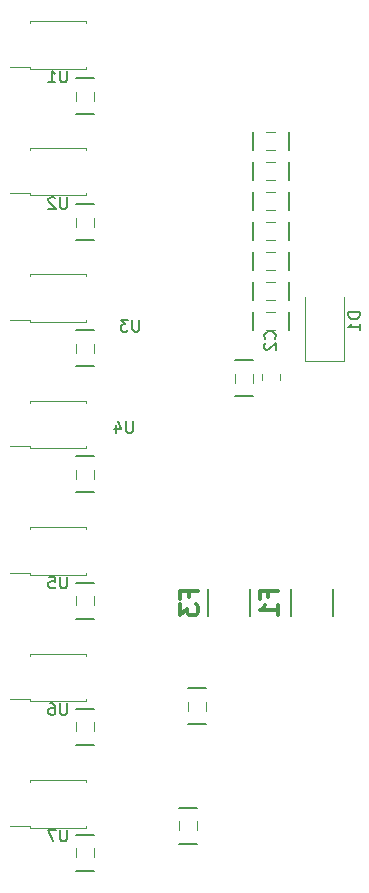
<source format=gbr>
%TF.GenerationSoftware,KiCad,Pcbnew,6.0.11+dfsg-1~bpo11+1*%
%TF.CreationDate,2023-05-28T01:25:56+00:00*%
%TF.ProjectId,ISO11446PWR01,49534f31-3134-4343-9650-575230312e6b,rev?*%
%TF.SameCoordinates,Original*%
%TF.FileFunction,Legend,Bot*%
%TF.FilePolarity,Positive*%
%FSLAX46Y46*%
G04 Gerber Fmt 4.6, Leading zero omitted, Abs format (unit mm)*
G04 Created by KiCad (PCBNEW 6.0.11+dfsg-1~bpo11+1) date 2023-05-28 01:25:56*
%MOMM*%
%LPD*%
G01*
G04 APERTURE LIST*
%ADD10C,0.150000*%
%ADD11C,0.304800*%
%ADD12C,0.120000*%
G04 APERTURE END LIST*
D10*
%TO.C,U2*%
X50291904Y79339287D02*
X50291904Y78529763D01*
X50244285Y78434525D01*
X50196666Y78386906D01*
X50101428Y78339287D01*
X49910952Y78339287D01*
X49815714Y78386906D01*
X49768095Y78434525D01*
X49720476Y78529763D01*
X49720476Y79339287D01*
X49291904Y79244048D02*
X49244285Y79291667D01*
X49149047Y79339287D01*
X48910952Y79339287D01*
X48815714Y79291667D01*
X48768095Y79244048D01*
X48720476Y79148810D01*
X48720476Y79053572D01*
X48768095Y78910715D01*
X49339523Y78339287D01*
X48720476Y78339287D01*
%TO.C,U5*%
X50291904Y47208288D02*
X50291904Y46398764D01*
X50244285Y46303526D01*
X50196666Y46255907D01*
X50101428Y46208288D01*
X49910952Y46208288D01*
X49815714Y46255907D01*
X49768095Y46303526D01*
X49720476Y46398764D01*
X49720476Y47208288D01*
X48768095Y47208288D02*
X49244285Y47208288D01*
X49291904Y46732097D01*
X49244285Y46779716D01*
X49149047Y46827335D01*
X48910952Y46827335D01*
X48815714Y46779716D01*
X48768095Y46732097D01*
X48720476Y46636859D01*
X48720476Y46398764D01*
X48768095Y46303526D01*
X48815714Y46255907D01*
X48910952Y46208288D01*
X49149047Y46208288D01*
X49244285Y46255907D01*
X49291904Y46303526D01*
%TO.C,U4*%
X55879904Y60364621D02*
X55879904Y59555097D01*
X55832285Y59459859D01*
X55784666Y59412240D01*
X55689428Y59364621D01*
X55498952Y59364621D01*
X55403714Y59412240D01*
X55356095Y59459859D01*
X55308476Y59555097D01*
X55308476Y60364621D01*
X54403714Y60031287D02*
X54403714Y59364621D01*
X54641809Y60412240D02*
X54879904Y59697954D01*
X54260857Y59697954D01*
D11*
%TO.C,F3*%
X60589142Y45508000D02*
X60589142Y46016000D01*
X61387428Y46016000D02*
X59863428Y46016000D01*
X59863428Y45290286D01*
X59863428Y44854858D02*
X59863428Y43911429D01*
X60444000Y44419429D01*
X60444000Y44201715D01*
X60516571Y44056572D01*
X60589142Y43984000D01*
X60734285Y43911429D01*
X61097142Y43911429D01*
X61242285Y43984000D01*
X61314857Y44056572D01*
X61387428Y44201715D01*
X61387428Y44637143D01*
X61314857Y44782286D01*
X61242285Y44854858D01*
%TO.C,F1*%
X67335142Y45508000D02*
X67335142Y46016000D01*
X68133428Y46016000D02*
X66609428Y46016000D01*
X66609428Y45290286D01*
X68133428Y43911429D02*
X68133428Y44782286D01*
X68133428Y44346858D02*
X66609428Y44346858D01*
X66827142Y44492000D01*
X66972285Y44637143D01*
X67044857Y44782286D01*
D10*
%TO.C,C2*%
X67876122Y67338567D02*
X67923741Y67386186D01*
X67971360Y67529043D01*
X67971360Y67624281D01*
X67923741Y67767139D01*
X67828503Y67862377D01*
X67733265Y67909996D01*
X67542789Y67957615D01*
X67399932Y67957615D01*
X67209456Y67909996D01*
X67114218Y67862377D01*
X67018980Y67767139D01*
X66971360Y67624281D01*
X66971360Y67529043D01*
X67018980Y67386186D01*
X67066599Y67338567D01*
X67066599Y66957615D02*
X67018980Y66909996D01*
X66971360Y66814758D01*
X66971360Y66576662D01*
X67018980Y66481424D01*
X67066599Y66433805D01*
X67161837Y66386186D01*
X67257075Y66386186D01*
X67399932Y66433805D01*
X67971360Y67005234D01*
X67971360Y66386186D01*
%TO.C,D1*%
X75088380Y69572096D02*
X74088380Y69572096D01*
X74088380Y69334000D01*
X74136000Y69191143D01*
X74231238Y69095905D01*
X74326476Y69048286D01*
X74516952Y69000667D01*
X74659809Y69000667D01*
X74850285Y69048286D01*
X74945523Y69095905D01*
X75040761Y69191143D01*
X75088380Y69334000D01*
X75088380Y69572096D01*
X75088380Y68048286D02*
X75088380Y68619715D01*
X75088380Y68334000D02*
X74088380Y68334000D01*
X74231238Y68429239D01*
X74326476Y68524477D01*
X74374095Y68619715D01*
%TO.C,U3*%
X56413598Y68947704D02*
X56413598Y68138180D01*
X56365979Y68042942D01*
X56318360Y67995323D01*
X56223122Y67947704D01*
X56032646Y67947704D01*
X55937408Y67995323D01*
X55889789Y68042942D01*
X55842170Y68138180D01*
X55842170Y68947704D01*
X55461217Y68947704D02*
X54842170Y68947704D01*
X55175503Y68566751D01*
X55032646Y68566751D01*
X54937408Y68519132D01*
X54889789Y68471513D01*
X54842170Y68376275D01*
X54842170Y68138180D01*
X54889789Y68042942D01*
X54937408Y67995323D01*
X55032646Y67947704D01*
X55318360Y67947704D01*
X55413598Y67995323D01*
X55461217Y68042942D01*
%TO.C,U6*%
X50291904Y36497955D02*
X50291904Y35688431D01*
X50244285Y35593193D01*
X50196666Y35545574D01*
X50101428Y35497955D01*
X49910952Y35497955D01*
X49815714Y35545574D01*
X49768095Y35593193D01*
X49720476Y35688431D01*
X49720476Y36497955D01*
X48815714Y36497955D02*
X49006190Y36497955D01*
X49101428Y36450335D01*
X49149047Y36402716D01*
X49244285Y36259859D01*
X49291904Y36069383D01*
X49291904Y35688431D01*
X49244285Y35593193D01*
X49196666Y35545574D01*
X49101428Y35497955D01*
X48910952Y35497955D01*
X48815714Y35545574D01*
X48768095Y35593193D01*
X48720476Y35688431D01*
X48720476Y35926526D01*
X48768095Y36021764D01*
X48815714Y36069383D01*
X48910952Y36117002D01*
X49101428Y36117002D01*
X49196666Y36069383D01*
X49244285Y36021764D01*
X49291904Y35926526D01*
%TO.C,U1*%
X50291904Y90049620D02*
X50291904Y89240096D01*
X50244285Y89144858D01*
X50196666Y89097239D01*
X50101428Y89049620D01*
X49910952Y89049620D01*
X49815714Y89097239D01*
X49768095Y89144858D01*
X49720476Y89240096D01*
X49720476Y90049620D01*
X48720476Y89049620D02*
X49291904Y89049620D01*
X49006190Y89049620D02*
X49006190Y90049620D01*
X49101428Y89906762D01*
X49196666Y89811524D01*
X49291904Y89763905D01*
%TO.C,U7*%
X50291904Y25787620D02*
X50291904Y24978096D01*
X50244285Y24882858D01*
X50196666Y24835239D01*
X50101428Y24787620D01*
X49910952Y24787620D01*
X49815714Y24835239D01*
X49768095Y24882858D01*
X49720476Y24978096D01*
X49720476Y25787620D01*
X49339523Y25787620D02*
X48672857Y25787620D01*
X49101428Y24787620D01*
D12*
%TO.C,R17*%
X67945000Y72136000D02*
X67183000Y72136000D01*
D10*
X66040000Y72136000D02*
X66040000Y70612000D01*
X69088000Y70612000D02*
X69088000Y72136000D01*
D12*
X67945000Y70612000D02*
X67183000Y70612000D01*
%TO.C,U2*%
X47130000Y83491667D02*
X47130000Y83341667D01*
X51930000Y79491667D02*
X51930000Y79641667D01*
X51930000Y83341667D02*
X51930000Y83491667D01*
X47130000Y79641667D02*
X47130000Y79491667D01*
X47130000Y79491667D02*
X51930000Y79491667D01*
X51930000Y83491667D02*
X47130000Y83491667D01*
X47130000Y79641667D02*
X45430000Y79641667D01*
%TO.C,C1*%
X64516000Y64389000D02*
X64516000Y63627000D01*
X66040000Y64389000D02*
X66040000Y63627000D01*
D10*
X66040000Y65532000D02*
X64516000Y65532000D01*
X64516000Y62484000D02*
X66040000Y62484000D01*
%TO.C,R12*%
X66040000Y79756000D02*
X66040000Y78232000D01*
D12*
X67945000Y78232000D02*
X67183000Y78232000D01*
X67945000Y79756000D02*
X67183000Y79756000D01*
D10*
X69088000Y78232000D02*
X69088000Y79756000D01*
D12*
%TO.C,U5*%
X51930000Y51360668D02*
X47130000Y51360668D01*
X51930000Y51210668D02*
X51930000Y51360668D01*
X47130000Y51360668D02*
X47130000Y51210668D01*
X47130000Y47360668D02*
X51930000Y47360668D01*
X47130000Y47510668D02*
X45430000Y47510668D01*
X47130000Y47510668D02*
X47130000Y47360668D01*
X51930000Y47360668D02*
X51930000Y47510668D01*
D10*
%TO.C,R11*%
X51054000Y75681417D02*
X52578000Y75681417D01*
D12*
X51054000Y76824417D02*
X51054000Y77586417D01*
D10*
X52578000Y78729417D02*
X51054000Y78729417D01*
D12*
X52578000Y76824417D02*
X52578000Y77586417D01*
%TO.C,U4*%
X47130000Y58071001D02*
X51930000Y58071001D01*
X51930000Y58071001D02*
X51930000Y58221001D01*
X51930000Y61921001D02*
X51930000Y62071001D01*
X47130000Y58221001D02*
X47130000Y58071001D01*
X47130000Y62071001D02*
X47130000Y61921001D01*
X47130000Y58221001D02*
X45430000Y58221001D01*
X51930000Y62071001D02*
X47130000Y62071001D01*
D10*
%TO.C,R8*%
X69088000Y83312000D02*
X69088000Y84836000D01*
D12*
X67945000Y83312000D02*
X67183000Y83312000D01*
X67945000Y84836000D02*
X67183000Y84836000D01*
D10*
X66040000Y84836000D02*
X66040000Y83312000D01*
D12*
%TO.C,R16*%
X67945000Y74676000D02*
X67183000Y74676000D01*
D10*
X66040000Y74676000D02*
X66040000Y73152000D01*
X69088000Y73152000D02*
X69088000Y74676000D01*
D12*
X67945000Y73152000D02*
X67183000Y73152000D01*
D10*
%TO.C,F3*%
X62222000Y43857000D02*
X62222000Y46143000D01*
X65778000Y43857000D02*
X65778000Y46143000D01*
%TO.C,R15*%
X51054000Y54324251D02*
X52578000Y54324251D01*
D12*
X51054000Y55467251D02*
X51054000Y56229251D01*
X52578000Y55467251D02*
X52578000Y56229251D01*
D10*
X52578000Y57372251D02*
X51054000Y57372251D01*
%TO.C,F1*%
X69222000Y43857000D02*
X69222000Y46143000D01*
X72778000Y43857000D02*
X72778000Y46143000D01*
%TO.C,R13*%
X69088000Y75692000D02*
X69088000Y77216000D01*
D12*
X67945000Y75692000D02*
X67183000Y75692000D01*
D10*
X66040000Y77216000D02*
X66040000Y75692000D01*
D12*
X67945000Y77216000D02*
X67183000Y77216000D01*
%TO.C,R23*%
X60576500Y36623000D02*
X60576500Y35861000D01*
D10*
X60576500Y34718000D02*
X62100500Y34718000D01*
D12*
X62100500Y36623000D02*
X62100500Y35861000D01*
D10*
X62100500Y37766000D02*
X60576500Y37766000D01*
D12*
%TO.C,R20*%
X51054000Y34110085D02*
X51054000Y34872085D01*
D10*
X52578000Y36015085D02*
X51054000Y36015085D01*
X51054000Y32967085D02*
X52578000Y32967085D01*
D12*
X52578000Y34110085D02*
X52578000Y34872085D01*
%TO.C,R22*%
X59748750Y26469500D02*
X59748750Y25707500D01*
X61272750Y26469500D02*
X61272750Y25707500D01*
D10*
X59748750Y24564500D02*
X61272750Y24564500D01*
X61272750Y27612500D02*
X59748750Y27612500D01*
D12*
%TO.C,C2*%
X68299000Y64335252D02*
X68299000Y63812748D01*
X66829000Y64335252D02*
X66829000Y63812748D01*
%TO.C,D1*%
X73786000Y65434000D02*
X70486000Y65434000D01*
X73786000Y65434000D02*
X73786000Y70834000D01*
X70486000Y65434000D02*
X70486000Y70834000D01*
%TO.C,U3*%
X51930000Y72781334D02*
X47130000Y72781334D01*
X51930000Y68781334D02*
X51930000Y68931334D01*
X47130000Y68931334D02*
X47130000Y68781334D01*
X51930000Y72631334D02*
X51930000Y72781334D01*
X47130000Y68931334D02*
X45430000Y68931334D01*
X47130000Y72781334D02*
X47130000Y72631334D01*
X47130000Y68781334D02*
X51930000Y68781334D01*
%TO.C,U6*%
X51930000Y36650335D02*
X51930000Y36800335D01*
X47130000Y36800335D02*
X47130000Y36650335D01*
X51930000Y40650335D02*
X47130000Y40650335D01*
X51930000Y40500335D02*
X51930000Y40650335D01*
X47130000Y36800335D02*
X45430000Y36800335D01*
X47130000Y36650335D02*
X51930000Y36650335D01*
X47130000Y40650335D02*
X47130000Y40500335D01*
%TO.C,U1*%
X47130000Y94202000D02*
X47130000Y94052000D01*
X51930000Y94052000D02*
X51930000Y94202000D01*
X51930000Y94202000D02*
X47130000Y94202000D01*
X47130000Y90352000D02*
X47130000Y90202000D01*
X47130000Y90202000D02*
X51930000Y90202000D01*
X51930000Y90202000D02*
X51930000Y90352000D01*
X47130000Y90352000D02*
X45430000Y90352000D01*
%TO.C,R14*%
X51054000Y66145834D02*
X51054000Y66907834D01*
D10*
X51054000Y65002834D02*
X52578000Y65002834D01*
D12*
X52578000Y66145834D02*
X52578000Y66907834D01*
D10*
X52578000Y68050834D02*
X51054000Y68050834D01*
%TO.C,R10*%
X51054000Y86360000D02*
X52578000Y86360000D01*
X52578000Y89408000D02*
X51054000Y89408000D01*
D12*
X51054000Y87503000D02*
X51054000Y88265000D01*
X52578000Y87503000D02*
X52578000Y88265000D01*
%TO.C,U7*%
X51930000Y25940000D02*
X51930000Y26090000D01*
X47130000Y26090000D02*
X47130000Y25940000D01*
X51930000Y29790000D02*
X51930000Y29940000D01*
X47130000Y29940000D02*
X47130000Y29790000D01*
X51930000Y29940000D02*
X47130000Y29940000D01*
X47130000Y26090000D02*
X45430000Y26090000D01*
X47130000Y25940000D02*
X51930000Y25940000D01*
D10*
%TO.C,R19*%
X52578000Y46693668D02*
X51054000Y46693668D01*
D12*
X51054000Y44788668D02*
X51054000Y45550668D01*
D10*
X51054000Y43645668D02*
X52578000Y43645668D01*
D12*
X52578000Y44788668D02*
X52578000Y45550668D01*
%TO.C,R18*%
X67945000Y69596000D02*
X67183000Y69596000D01*
D10*
X66040000Y69596000D02*
X66040000Y68072000D01*
D12*
X67945000Y68072000D02*
X67183000Y68072000D01*
D10*
X69088000Y68072000D02*
X69088000Y69596000D01*
D12*
%TO.C,R9*%
X67945000Y80772000D02*
X67183000Y80772000D01*
D10*
X66040000Y82296000D02*
X66040000Y80772000D01*
X69088000Y80772000D02*
X69088000Y82296000D01*
D12*
X67945000Y82296000D02*
X67183000Y82296000D01*
%TO.C,R21*%
X51054000Y23431500D02*
X51054000Y24193500D01*
D10*
X52578000Y25336500D02*
X51054000Y25336500D01*
X51054000Y22288500D02*
X52578000Y22288500D01*
D12*
X52578000Y23431500D02*
X52578000Y24193500D01*
%TD*%
M02*

</source>
